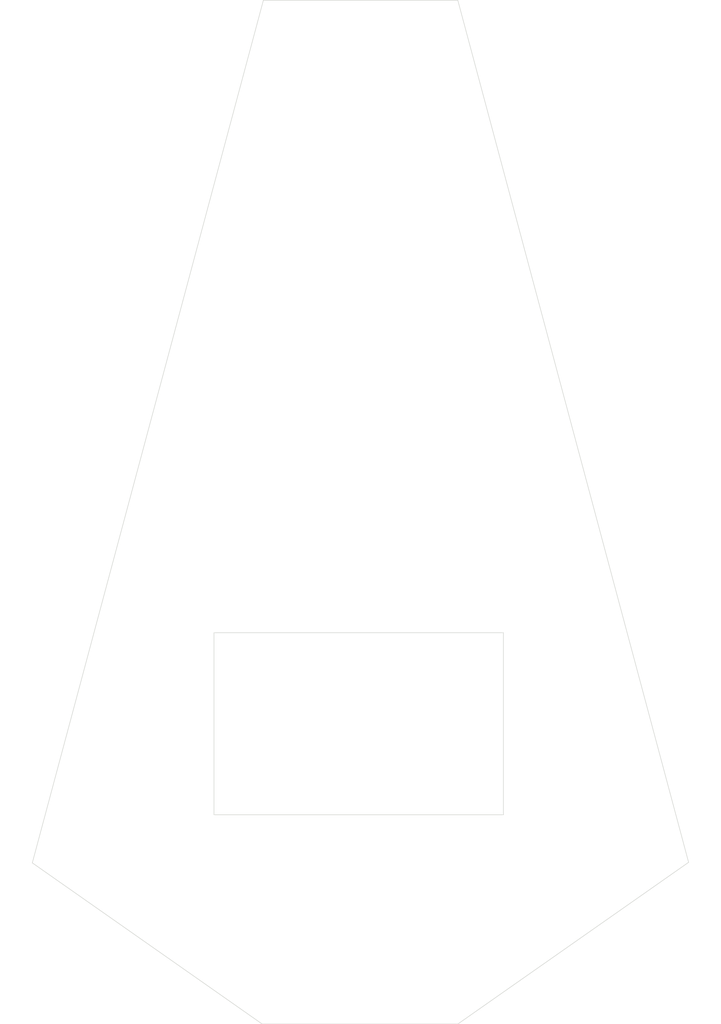
<source format=kicad_pcb>
(kicad_pcb (version 20241229) (generator "pcbnew") (generator_version "9.0")
  (layers (0 "F.Cu" signal) (2 "B.Cu" signal) (13 "F.Paste" user) (15 "B.Paste" user) (5 "F.SilkS" user "F.Silkscreen") (7 "B.SilkS" user "B.Silkscreen") (1 "F.Mask" user) (3 "B.Mask" user) (25 "Edge.Cuts" user))
  (net 0 "")
  (footprint "MountingHole:MountingHole_2.2mm_M2" (layer "F.Cu") (at 169.442434 131.637576)
    (property "Reference" "REF**" (hide yes))
    (property "Value" "MountingHole_2.2mm_M2")
    (pad "" np_thru_hole circle (at 0 0) (size 2.2 2.2) (drill 2.2) (layers "*.Cu" "*.Mask"))
  )
  (footprint "MountingHole:MountingHole_2.2mm_M2" (layer "F.Cu") (at 133.247436 83.377573)
    (property "Reference" "REF**" (hide yes))
    (property "Value" "MountingHole_2.2mm_M2")
    (pad "" np_thru_hole circle (at 0 0) (size 2.2 2.2) (drill 2.2) (layers "*.Cu" "*.Mask"))
  )
  (footprint "MountingHole:MountingHole_2.2mm_M2" (layer "F.Cu") (at 122.45244 131.637565)
    (property "Reference" "REF**" (hide yes))
    (property "Value" "MountingHole_2.2mm_M2")
    (pad "" np_thru_hole circle (at 0 0) (size 2.2 2.2) (drill 2.2) (layers "*.Cu" "*.Mask"))
  )
  (footprint "MountingHole:MountingHole_2.2mm_M2" (layer "F.Cu") (at 158.647441 83.377569)
    (property "Reference" "REF**" (hide yes))
    (property "Value" "MountingHole_2.2mm_M2")
    (pad "" np_thru_hole circle (at 0 0) (size 2.2 2.2) (drill 2.2) (layers "*.Cu" "*.Mask"))
  )
  (gr_line (start 132.5372 129.8448) (end 132.5372 113.2078) (stroke (width 0.05)) (layer "Edge.Cuts"))
  (gr_line (start 137.0584 55.4228) (end 154.8384 55.4228) (stroke (width 0.05)) (layer "Edge.Cuts"))
  (gr_line (start 159.004 113.2078) (end 159.004 129.8448) (stroke (width 0.05)) (layer "Edge.Cuts"))
  (gr_line (start 175.9458 134.1882) (end 154.8638 148.9456) (stroke (width 0.05)) (layer "Edge.Cuts"))
  (gr_line (start 154.8384 55.4228) (end 175.9458 134.1882) (stroke (width 0.05)) (layer "Edge.Cuts"))
  (gr_line (start 115.9256 134.239) (end 136.924199 148.9456) (stroke (width 0.05)) (layer "Edge.Cuts"))
  (gr_line (start 132.5372 113.2078) (end 159.004 113.2078) (stroke (width 0.05)) (layer "Edge.Cuts"))
  (gr_line (start 159.004 129.8448) (end 132.5372 129.8448) (stroke (width 0.05)) (layer "Edge.Cuts"))
  (gr_line (start 137.0584 55.4228) (end 115.9256 134.239) (stroke (width 0.05)) (layer "Edge.Cuts"))
  (gr_line (start 154.8638 148.9456) (end 136.9314 148.9456) (stroke (width 0.05)) (layer "Edge.Cuts"))
)
</source>
